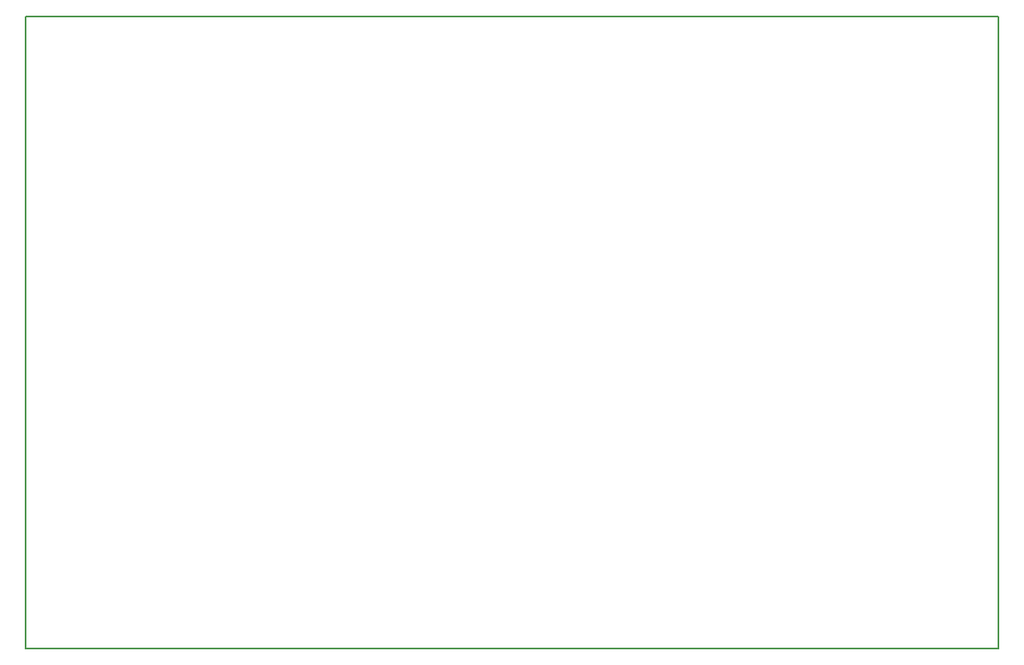
<source format=gm1>
G04 MADE WITH FRITZING*
G04 WWW.FRITZING.ORG*
G04 DOUBLE SIDED*
G04 HOLES PLATED*
G04 CONTOUR ON CENTER OF CONTOUR VECTOR*
%ASAXBY*%
%FSLAX23Y23*%
%MOIN*%
%OFA0B0*%
%SFA1.0B1.0*%
%ADD10R,3.937010X2.559060*%
%ADD11C,0.008000*%
%ADD10C,0.008*%
%LNCONTOUR*%
G90*
G70*
G54D10*
G54D11*
X4Y2555D02*
X3933Y2555D01*
X3933Y4D01*
X4Y4D01*
X4Y2555D01*
D02*
G04 End of contour*
M02*
</source>
